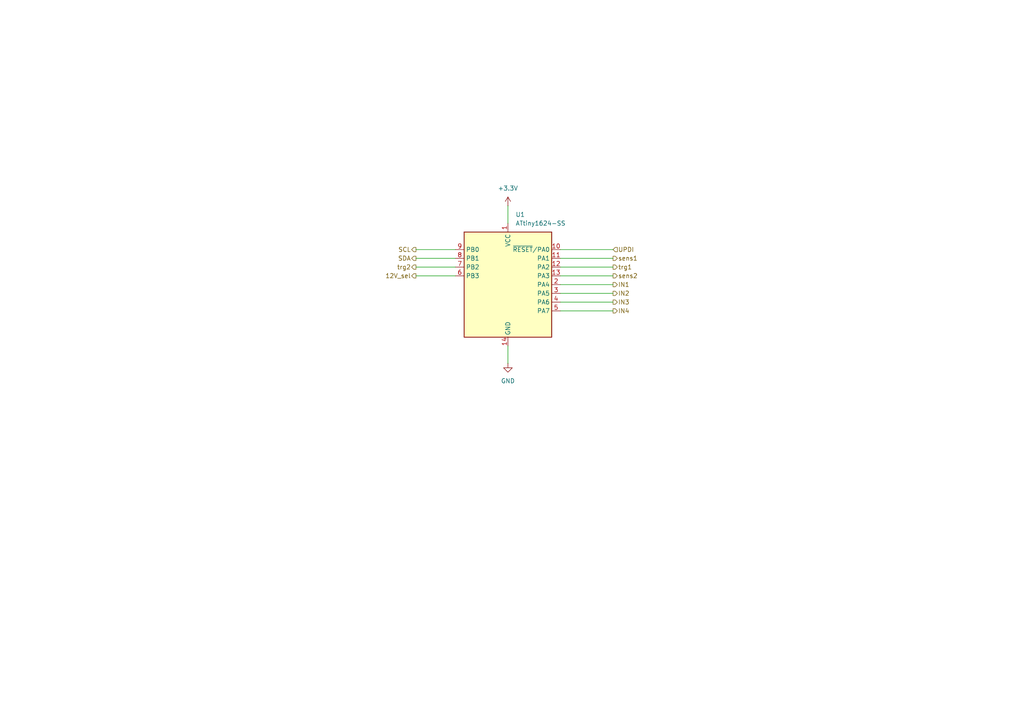
<source format=kicad_sch>
(kicad_sch (version 20231120) (generator "eeschema") (generator_version "8.0")
  (paper "A4")
  (lib_symbols
    (symbol "MCU_Microchip_ATtiny:ATtiny1624-SS"
      (property "Reference" "U" (at -12.7 16.51 0))
      (property "Value" "ATtiny1624-SS" (at 2.54 -16.51 0))
      (symbol "ATtiny1624-SS_0_1"
        (rectangle (start -12.7 -15.24) (end 12.7 15.24) (stroke (width 0.254)) (fill (type background)))
      )
      (symbol "ATtiny1624-SS_1_1"
        (pin power_in line (at 0 17.78 270) (length 2.54) (name "VCC") (number "1"))
        (pin bidirectional line (at 15.24 10.16 180) (length 2.54) (name "~{RESET}/PA0") (number "10"))
        (pin bidirectional line (at 15.24 7.62 180) (length 2.54) (name "PA1") (number "11"))
        (pin bidirectional line (at 15.24 5.08 180) (length 2.54) (name "PA2") (number "12"))
        (pin bidirectional line (at 15.24 2.54 180) (length 2.54) (name "PA3") (number "13"))
        (pin power_in line (at 0 -17.78 90) (length 2.54) (name "GND") (number "14"))
        (pin bidirectional line (at 15.24 0 180) (length 2.54) (name "PA4") (number "2"))
        (pin bidirectional line (at 15.24 -2.54 180) (length 2.54) (name "PA5") (number "3"))
        (pin bidirectional line (at 15.24 -5.08 180) (length 2.54) (name "PA6") (number "4"))
        (pin bidirectional line (at 15.24 -7.62 180) (length 2.54) (name "PA7") (number "5"))
        (pin bidirectional line (at -15.24 2.54 0) (length 2.54) (name "PB3") (number "6"))
        (pin bidirectional line (at -15.24 5.08 0) (length 2.54) (name "PB2") (number "7"))
        (pin bidirectional line (at -15.24 7.62 0) (length 2.54) (name "PB1") (number "8"))
        (pin bidirectional line (at -15.24 10.16 0) (length 2.54) (name "PB0") (number "9"))
      )
    )
    (symbol "power:+3.3V" (power) (pin_numbers hide) (pin_names (offset 0) hide)
      (property "Value" "+3.3V" (at 0 3.556 0))
      (symbol "+3.3V_0_1"
        (polyline (pts (xy -0.762 1.27) (xy 0 2.54)))
        (polyline (pts (xy 0 0) (xy 0 2.54)))
        (polyline (pts (xy 0 2.54) (xy 0.762 1.27)))
      )
      (symbol "+3.3V_1_1"
        (pin power_in line (at 0 0 90) (length 0) (name "~") (number "1"))
      )
    )
    (symbol "power:GND" (power) (pin_numbers hide) (pin_names (offset 0) hide)
      (property "Value" "GND" (at 0 -3.81 0))
      (symbol "GND_0_1"
        (polyline (pts (xy 0 0) (xy 0 -1.27) (xy 1.27 -1.27) (xy 0 -2.54) (xy -1.27 -1.27) (xy 0 -1.27)))
      )
      (symbol "GND_1_1"
        (pin power_in line (at 0 0 270) (length 0) (name "~") (number "1"))
      )
    )
  )
  (wire (pts (xy 162.56 85.09) (xy 177.8 85.09)))
  (wire (pts (xy 162.56 87.63) (xy 177.8 87.63)))
  (wire (pts (xy 162.56 74.93) (xy 177.8 74.93)))
  (wire (pts (xy 147.32 59.69) (xy 147.32 64.77)))
  (wire (pts (xy 120.65 74.93) (xy 132.08 74.93)))
  (wire (pts (xy 120.65 77.47) (xy 132.08 77.47)))
  (wire (pts (xy 120.65 80.01) (xy 132.08 80.01)))
  (wire (pts (xy 162.56 80.01) (xy 177.8 80.01)))
  (wire (pts (xy 162.56 72.39) (xy 177.8 72.39)))
  (wire (pts (xy 162.56 77.47) (xy 177.8 77.47)))
  (wire (pts (xy 162.56 90.17) (xy 177.8 90.17)))
  (wire (pts (xy 120.65 72.39) (xy 132.08 72.39)))
  (wire (pts (xy 147.32 100.33) (xy 147.32 105.41)))
  (wire (pts (xy 162.56 82.55) (xy 177.8 82.55)))
  (hierarchical_label "IN2" (shape output) (at 177.8 85.09 0))
  (hierarchical_label "IN3" (shape output) (at 177.8 87.63 0))
  (hierarchical_label "12V_sel" (shape output) (at 120.65 80.01 180))
  (hierarchical_label "UPDI" (shape input) (at 177.8 72.39 0))
  (hierarchical_label "SDA" (shape output) (at 120.65 74.93 180))
  (hierarchical_label "IN1" (shape output) (at 177.8 82.55 0))
  (hierarchical_label "SCL" (shape output) (at 120.65 72.39 180))
  (hierarchical_label "trg1" (shape output) (at 177.8 77.47 0))
  (hierarchical_label "sens1" (shape output) (at 177.8 74.93 0))
  (hierarchical_label "trg2" (shape output) (at 120.65 77.47 180))
  (hierarchical_label "IN4" (shape output) (at 177.8 90.17 0))
  (hierarchical_label "sens2" (shape output) (at 177.8 80.01 0))
  (symbol (lib_id "power:GND") (at 147.32 105.41 0) (unit 1)
    (property "Reference" "#PWR013" (effects (hide yes)))
    (property "Value" "GND" (at 147.32 110.49 0))
    (property "Description" "Power symbol creates a global label with name \"GND\" , ground" (effects (hide yes)))
  )
  (symbol (lib_id "power:+3.3V") (at 147.32 59.69 0) (unit 1)
    (property "Reference" "#PWR014" (effects (hide yes)))
    (property "Value" "+3.3V" (at 147.32 54.61 0))
    (property "Description" "Power symbol creates a global label with name \"+3.3V\"" (effects (hide yes)))
  )
  (symbol (lib_id "MCU_Microchip_ATtiny:ATtiny1624-SS") (at 147.32 82.55 0) (unit 1)
    (property "Reference" "U1" (at 149.5141 62.23 0) (effects (justify left)))
    (property "Value" "ATtiny1624-SS" (at 149.5141 64.77 0) (effects (justify left)))
    (property "Footprint" "Package_SO:SOIC-14_3.9x8.7mm_P1.27mm" (effects (hide yes)))
    (property "Datasheet" "https://ww1.microchip.com/downloads/en/DeviceDoc/ATtiny1624-26-27-DataSheet-DS40002234A.pdf" (effects (hide yes)))
    (property "Description" "20MHz, 16kB Flash, 2kB SRAM, 256B EEPROM, SOIC-14" (effects (hide yes)))
  )
)
</source>
